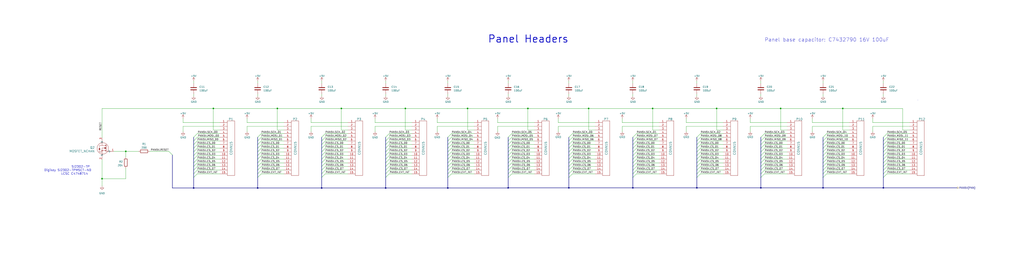
<source format=kicad_sch>
(kicad_sch (version 20230121) (generator eeschema)
  (paper "User" 711.2 190.5)
  (bus_alias "PAN" (members "CS_00" "CS_01" "CS_02" "CS_03" "CS_04" "CS_05" "SCK_00" "SCK_01" "SCK_02" "SCK_03" "SCK_04" "SCK_05" "MOSI_00" "MISO_00" "MOSI_01" "MISO_01" "MOSI_02" "MISO_02" "MOSI_03" "MISO_03" "MOSI_04" "MISO_04" "MOSI_05" "MISO_05" "MOSI_06" "MISO_06" "MOSI_07" "MISO_07" "MOSI_08" "MISO_08" "MOSI_09" "MISO_09" "MOSI_10" "MISO_10" "MOSI_11" "MISO_11" "EXT_INT" "RESET" "CS_06" "CS_07"))
  (junction (at 439.547 130.683))
  (junction (at 324.739 75.438))
  (junction (at 483.997 130.683))
  (junction (at 395.097 130.683))
  (junction (at 70.866 124.333))
  (junction (at 223.393 130.81))
  (junction (at 571.627 130.683))
  (junction (at 148.209 75.438))
  (junction (at 87.376 105.283))
  (junction (at 528.447 130.683))
  (junction (at 192.659 75.438))
  (junction (at 453.263 75.438))
  (junction (at 178.943 130.81))
  (junction (at 585.343 75.438))
  (junction (at 281.559 75.438))
  (junction (at 497.713 75.438))
  (junction (at 352.933 130.683))
  (junction (at 542.163 75.438))
  (junction (at 134.493 130.81))
  (junction (at 366.649 75.438))
  (junction (at 237.109 75.438))
  (junction (at 613.537 130.683))
  (junction (at 408.813 75.438))
  (junction (at 267.843 130.81))
  (junction (at 311.023 130.81))
  (bus_entry (at 571.627 103.124) (size 2.54 -2.54))
  (bus_entry (at 395.097 98.044) (size 2.54 -2.54))
  (bus_entry (at 613.537 115.824) (size 2.54 -2.54))
  (bus_entry (at 311.023 95.504) (size 2.54 -2.54))
  (bus_entry (at 613.537 100.584) (size 2.54 -2.54))
  (bus_entry (at 483.997 113.284) (size 2.54 -2.54))
  (bus_entry (at 613.537 103.124) (size 2.54 -2.54))
  (bus_entry (at 352.933 105.664) (size 2.54 -2.54))
  (bus_entry (at 178.943 100.584) (size 2.54 -2.54))
  (bus_entry (at 267.843 113.284) (size 2.54 -2.54))
  (bus_entry (at 528.447 110.744) (size 2.54 -2.54))
  (bus_entry (at 134.493 100.584) (size 2.54 -2.54))
  (bus_entry (at 223.393 105.664) (size 2.54 -2.54))
  (bus_entry (at 223.393 113.284) (size 2.54 -2.54))
  (bus_entry (at 571.627 123.444) (size 2.54 -2.54))
  (bus_entry (at 134.493 95.504) (size 2.54 -2.54))
  (bus_entry (at 483.997 105.664) (size 2.54 -2.54))
  (bus_entry (at 571.627 118.364) (size 2.54 -2.54))
  (bus_entry (at 439.547 120.904) (size 2.54 -2.54))
  (bus_entry (at 613.537 95.504) (size 2.54 -2.54))
  (bus_entry (at 311.023 120.904) (size 2.54 -2.54))
  (bus_entry (at 178.943 108.204) (size 2.54 -2.54))
  (bus_entry (at 352.933 118.364) (size 2.54 -2.54))
  (bus_entry (at 395.097 120.904) (size 2.54 -2.54))
  (bus_entry (at 528.447 98.044) (size 2.54 -2.54))
  (bus_entry (at 267.843 105.664) (size 2.54 -2.54))
  (bus_entry (at 178.943 110.744) (size 2.54 -2.54))
  (bus_entry (at 483.997 95.504) (size 2.54 -2.54))
  (bus_entry (at 439.547 113.284) (size 2.54 -2.54))
  (bus_entry (at 352.933 95.504) (size 2.54 -2.54))
  (bus_entry (at 571.627 115.824) (size 2.54 -2.54))
  (bus_entry (at 352.933 100.584) (size 2.54 -2.54))
  (bus_entry (at 352.933 108.204) (size 2.54 -2.54))
  (bus_entry (at 395.097 103.124) (size 2.54 -2.54))
  (bus_entry (at 439.547 100.584) (size 2.54 -2.54))
  (bus_entry (at 223.393 95.504) (size 2.54 -2.54))
  (bus_entry (at 311.023 108.204) (size 2.54 -2.54))
  (bus_entry (at 134.493 110.744) (size 2.54 -2.54))
  (bus_entry (at 571.627 120.904) (size 2.54 -2.54))
  (bus_entry (at 178.943 113.284) (size 2.54 -2.54))
  (bus_entry (at 483.997 100.584) (size 2.54 -2.54))
  (bus_entry (at 223.393 108.204) (size 2.54 -2.54))
  (bus_entry (at 395.097 110.744) (size 2.54 -2.54))
  (bus_entry (at 613.537 118.364) (size 2.54 -2.54))
  (bus_entry (at 352.933 123.444) (size 2.54 -2.54))
  (bus_entry (at 439.547 115.824) (size 2.54 -2.54))
  (bus_entry (at 571.627 110.744) (size 2.54 -2.54))
  (bus_entry (at 395.097 115.824) (size 2.54 -2.54))
  (bus_entry (at 267.843 95.504) (size 2.54 -2.54))
  (bus_entry (at 223.393 103.124) (size 2.54 -2.54))
  (bus_entry (at 395.097 113.284) (size 2.54 -2.54))
  (bus_entry (at 483.997 110.744) (size 2.54 -2.54))
  (bus_entry (at 395.097 108.204) (size 2.54 -2.54))
  (bus_entry (at 178.943 123.444) (size 2.54 -2.54))
  (bus_entry (at 223.393 100.584) (size 2.54 -2.54))
  (bus_entry (at 119.761 107.823) (size -2.54 -2.54))
  (bus_entry (at 483.997 123.444) (size 2.54 -2.54))
  (bus_entry (at 571.627 98.044) (size 2.54 -2.54))
  (bus_entry (at 267.843 118.364) (size 2.54 -2.54))
  (bus_entry (at 311.023 110.744) (size 2.54 -2.54))
  (bus_entry (at 223.393 120.904) (size 2.54 -2.54))
  (bus_entry (at 311.023 123.444) (size 2.54 -2.54))
  (bus_entry (at 352.933 98.044) (size 2.54 -2.54))
  (bus_entry (at 395.097 118.364) (size 2.54 -2.54))
  (bus_entry (at 439.547 108.204) (size 2.54 -2.54))
  (bus_entry (at 267.843 108.204) (size 2.54 -2.54))
  (bus_entry (at 352.933 113.284) (size 2.54 -2.54))
  (bus_entry (at 613.537 98.044) (size 2.54 -2.54))
  (bus_entry (at 223.393 110.744) (size 2.54 -2.54))
  (bus_entry (at 178.943 120.904) (size 2.54 -2.54))
  (bus_entry (at 613.537 123.444) (size 2.54 -2.54))
  (bus_entry (at 439.547 95.504) (size 2.54 -2.54))
  (bus_entry (at 528.447 115.824) (size 2.54 -2.54))
  (bus_entry (at 483.997 98.044) (size 2.54 -2.54))
  (bus_entry (at 134.493 98.044) (size 2.54 -2.54))
  (bus_entry (at 311.023 113.284) (size 2.54 -2.54))
  (bus_entry (at 134.493 115.824) (size 2.54 -2.54))
  (bus_entry (at 267.843 100.584) (size 2.54 -2.54))
  (bus_entry (at 528.447 108.204) (size 2.54 -2.54))
  (bus_entry (at 134.493 105.664) (size 2.54 -2.54))
  (bus_entry (at 352.933 110.744) (size 2.54 -2.54))
  (bus_entry (at 613.537 113.284) (size 2.54 -2.54))
  (bus_entry (at 352.933 103.124) (size 2.54 -2.54))
  (bus_entry (at 439.547 103.124) (size 2.54 -2.54))
  (bus_entry (at 571.627 113.284) (size 2.54 -2.54))
  (bus_entry (at 528.447 113.284) (size 2.54 -2.54))
  (bus_entry (at 571.627 105.664) (size 2.54 -2.54))
  (bus_entry (at 613.537 120.904) (size 2.54 -2.54))
  (bus_entry (at 178.943 98.044) (size 2.54 -2.54))
  (bus_entry (at 483.997 108.204) (size 2.54 -2.54))
  (bus_entry (at 178.943 105.664) (size 2.54 -2.54))
  (bus_entry (at 395.097 123.444) (size 2.54 -2.54))
  (bus_entry (at 267.843 103.124) (size 2.54 -2.54))
  (bus_entry (at 267.843 110.744) (size 2.54 -2.54))
  (bus_entry (at 528.447 103.124) (size 2.54 -2.54))
  (bus_entry (at 134.493 103.124) (size 2.54 -2.54))
  (bus_entry (at 483.997 120.904) (size 2.54 -2.54))
  (bus_entry (at 223.393 123.444) (size 2.54 -2.54))
  (bus_entry (at 311.023 105.664) (size 2.54 -2.54))
  (bus_entry (at 483.997 103.124) (size 2.54 -2.54))
  (bus_entry (at 483.997 118.364) (size 2.54 -2.54))
  (bus_entry (at 571.627 108.204) (size 2.54 -2.54))
  (bus_entry (at 483.997 115.824) (size 2.54 -2.54))
  (bus_entry (at 613.537 110.744) (size 2.54 -2.54))
  (bus_entry (at 223.393 118.364) (size 2.54 -2.54))
  (bus_entry (at 134.493 113.284) (size 2.54 -2.54))
  (bus_entry (at 134.493 108.204) (size 2.54 -2.54))
  (bus_entry (at 439.547 105.664) (size 2.54 -2.54))
  (bus_entry (at 178.943 103.124) (size 2.54 -2.54))
  (bus_entry (at 439.547 98.044) (size 2.54 -2.54))
  (bus_entry (at 134.493 118.364) (size 2.54 -2.54))
  (bus_entry (at 311.023 118.364) (size 2.54 -2.54))
  (bus_entry (at 571.627 95.504) (size 2.54 -2.54))
  (bus_entry (at 267.843 123.444) (size 2.54 -2.54))
  (bus_entry (at 223.393 98.044) (size 2.54 -2.54))
  (bus_entry (at 528.447 123.444) (size 2.54 -2.54))
  (bus_entry (at 528.447 118.364) (size 2.54 -2.54))
  (bus_entry (at 439.547 118.364) (size 2.54 -2.54))
  (bus_entry (at 311.023 100.584) (size 2.54 -2.54))
  (bus_entry (at 311.023 115.824) (size 2.54 -2.54))
  (bus_entry (at 134.493 120.904) (size 2.54 -2.54))
  (bus_entry (at 134.493 123.444) (size 2.54 -2.54))
  (bus_entry (at 395.097 100.584) (size 2.54 -2.54))
  (bus_entry (at 528.447 95.504) (size 2.54 -2.54))
  (bus_entry (at 395.097 95.504) (size 2.54 -2.54))
  (bus_entry (at 352.933 120.904) (size 2.54 -2.54))
  (bus_entry (at 439.547 110.744) (size 2.54 -2.54))
  (bus_entry (at 613.537 108.204) (size 2.54 -2.54))
  (bus_entry (at 528.447 105.664) (size 2.54 -2.54))
  (bus_entry (at 311.023 98.044) (size 2.54 -2.54))
  (bus_entry (at 267.843 120.904) (size 2.54 -2.54))
  (bus_entry (at 528.447 120.904) (size 2.54 -2.54))
  (bus_entry (at 352.933 115.824) (size 2.54 -2.54))
  (bus_entry (at 613.537 105.664) (size 2.54 -2.54))
  (bus_entry (at 267.843 98.044) (size 2.54 -2.54))
  (bus_entry (at 223.393 115.824) (size 2.54 -2.54))
  (bus_entry (at 267.843 115.824) (size 2.54 -2.54))
  (bus_entry (at 178.943 95.504) (size 2.54 -2.54))
  (bus_entry (at 439.547 123.444) (size 2.54 -2.54))
  (bus_entry (at 395.097 105.664) (size 2.54 -2.54))
  (bus_entry (at 571.627 100.584) (size 2.54 -2.54))
  (bus_entry (at 311.023 103.124) (size 2.54 -2.54))
  (bus_entry (at 178.943 118.364) (size 2.54 -2.54))
  (bus_entry (at 528.447 100.584) (size 2.54 -2.54))
  (bus_entry (at 178.943 115.824) (size 2.54 -2.54))
  (wire (pts (xy 192.659 90.424) (xy 192.659 75.438)))
  (bus (pts (xy 352.933 115.824) (xy 352.933 113.284)))
  (wire (pts (xy 574.167 110.744) (xy 589.915 110.744)))
  (bus (pts (xy 267.843 130.81) (xy 311.023 130.81)))
  (bus (pts (xy 178.943 130.81) (xy 223.393 130.81)))
  (wire (pts (xy 313.563 108.204) (xy 329.311 108.204)))
  (bus (pts (xy 119.761 107.823) (xy 119.761 130.81)))
  (wire (pts (xy 606.171 87.884) (xy 631.825 87.884)))
  (wire (pts (xy 345.567 85.344) (xy 371.221 85.344)))
  (bus (pts (xy 352.933 118.364) (xy 352.933 115.824)))
  (bus (pts (xy 267.843 130.81) (xy 267.843 123.444)))
  (wire (pts (xy 542.163 90.424) (xy 542.163 75.438)))
  (wire (pts (xy 564.261 87.884) (xy 564.261 91.694)))
  (wire (pts (xy 442.087 108.204) (xy 457.835 108.204)))
  (bus (pts (xy 134.493 98.044) (xy 134.493 100.584)))
  (wire (pts (xy 486.537 103.124) (xy 502.285 103.124)))
  (bus (pts (xy 439.547 103.124) (xy 439.547 105.664)))
  (bus (pts (xy 483.997 103.124) (xy 483.997 105.664)))
  (wire (pts (xy 117.221 105.283) (xy 103.886 105.283)))
  (bus (pts (xy 223.393 105.664) (xy 223.393 108.204)))
  (wire (pts (xy 216.027 82.423) (xy 216.027 85.344)))
  (bus (pts (xy 613.537 100.584) (xy 613.537 103.124)))
  (bus (pts (xy 178.943 110.744) (xy 178.943 113.284)))
  (bus (pts (xy 483.997 95.504) (xy 483.997 98.044)))
  (wire (pts (xy 270.383 110.744) (xy 286.131 110.744)))
  (bus (pts (xy 571.627 100.584) (xy 571.627 103.124)))
  (bus (pts (xy 134.493 110.744) (xy 134.493 113.284)))
  (bus (pts (xy 571.627 123.444) (xy 571.627 120.904)))
  (wire (pts (xy 442.087 98.044) (xy 457.835 98.044)))
  (bus (pts (xy 311.023 98.044) (xy 311.023 100.584)))
  (bus (pts (xy 395.097 123.444) (xy 395.097 130.683)))
  (wire (pts (xy 303.657 87.884) (xy 303.657 91.694)))
  (bus (pts (xy 395.097 113.284) (xy 395.097 115.824)))
  (wire (pts (xy 260.477 87.884) (xy 260.477 91.694)))
  (bus (pts (xy 528.447 108.204) (xy 528.447 110.744)))
  (wire (pts (xy 486.537 92.964) (xy 502.285 92.964)))
  (bus (pts (xy 352.933 95.504) (xy 352.933 98.044)))
  (bus (pts (xy 223.393 130.81) (xy 223.393 123.444)))
  (wire (pts (xy 530.987 113.284) (xy 546.735 113.284)))
  (wire (pts (xy 574.167 95.504) (xy 589.915 95.504)))
  (bus (pts (xy 267.843 118.364) (xy 267.843 115.824)))
  (wire (pts (xy 137.033 110.744) (xy 152.781 110.744)))
  (bus (pts (xy 528.447 123.444) (xy 528.447 120.904)))
  (bus (pts (xy 528.447 98.044) (xy 528.447 100.584)))
  (wire (pts (xy 313.563 120.904) (xy 329.311 120.904)))
  (wire (pts (xy 313.563 105.664) (xy 329.311 105.664)))
  (wire (pts (xy 486.537 95.504) (xy 502.285 95.504)))
  (wire (pts (xy 70.866 124.333) (xy 70.866 129.413)))
  (bus (pts (xy 267.843 108.204) (xy 267.843 110.744)))
  (wire (pts (xy 371.221 90.424) (xy 366.649 90.424)))
  (bus (pts (xy 395.097 103.124) (xy 395.097 105.664)))
  (wire (pts (xy 286.131 90.424) (xy 281.559 90.424)))
  (bus (pts (xy 439.547 95.504) (xy 439.547 98.044)))
  (wire (pts (xy 216.027 85.344) (xy 241.681 85.344)))
  (wire (pts (xy 137.033 95.504) (xy 152.781 95.504)))
  (wire (pts (xy 453.263 90.424) (xy 453.263 75.438)))
  (wire (pts (xy 225.933 92.964) (xy 241.681 92.964)))
  (bus (pts (xy 352.933 130.683) (xy 395.097 130.683)))
  (wire (pts (xy 270.383 108.204) (xy 286.131 108.204)))
  (wire (pts (xy 303.657 85.344) (xy 329.311 85.344)))
  (bus (pts (xy 311.023 105.664) (xy 311.023 108.204)))
  (wire (pts (xy 355.473 105.664) (xy 371.221 105.664)))
  (wire (pts (xy 397.637 108.204) (xy 413.385 108.204)))
  (wire (pts (xy 303.657 82.423) (xy 303.657 85.344)))
  (bus (pts (xy 483.997 130.683) (xy 528.447 130.683)))
  (wire (pts (xy 616.077 108.204) (xy 631.825 108.204)))
  (bus (pts (xy 134.493 118.364) (xy 134.493 120.904)))
  (wire (pts (xy 137.033 92.964) (xy 152.781 92.964)))
  (wire (pts (xy 355.473 115.824) (xy 371.221 115.824)))
  (wire (pts (xy 223.52 56.388) (xy 223.52 57.912)))
  (bus (pts (xy 178.943 113.284) (xy 178.943 115.824)))
  (wire (pts (xy 324.739 75.438) (xy 366.649 75.438)))
  (wire (pts (xy 345.567 87.884) (xy 371.221 87.884)))
  (bus (pts (xy 439.547 130.683) (xy 483.997 130.683)))
  (wire (pts (xy 616.077 92.964) (xy 631.825 92.964)))
  (wire (pts (xy 616.077 118.364) (xy 631.825 118.364)))
  (wire (pts (xy 571.627 56.388) (xy 571.627 57.912)))
  (wire (pts (xy 476.631 82.423) (xy 476.631 85.344)))
  (wire (pts (xy 530.987 100.584) (xy 546.735 100.584)))
  (wire (pts (xy 442.087 95.504) (xy 457.835 95.504)))
  (wire (pts (xy 181.483 108.204) (xy 197.231 108.204)))
  (wire (pts (xy 137.033 105.664) (xy 152.781 105.664)))
  (wire (pts (xy 530.987 92.964) (xy 546.735 92.964)))
  (bus (pts (xy 571.627 118.364) (xy 571.627 115.824)))
  (bus (pts (xy 267.843 100.584) (xy 267.843 103.124)))
  (wire (pts (xy 134.493 65.532) (xy 134.493 66.929)))
  (wire (pts (xy 442.087 113.284) (xy 457.835 113.284)))
  (wire (pts (xy 397.637 100.584) (xy 413.385 100.584)))
  (wire (pts (xy 476.631 87.884) (xy 476.631 91.694)))
  (wire (pts (xy 345.567 82.423) (xy 345.567 85.344)))
  (bus (pts (xy 311.023 123.444) (xy 311.023 120.904)))
  (bus (pts (xy 613.537 118.364) (xy 613.537 115.824)))
  (wire (pts (xy 192.659 75.438) (xy 237.109 75.438)))
  (wire (pts (xy 260.477 85.344) (xy 286.131 85.344)))
  (wire (pts (xy 181.483 113.284) (xy 197.231 113.284)))
  (bus (pts (xy 267.843 115.824) (xy 267.843 113.284)))
  (bus (pts (xy 571.627 115.824) (xy 571.627 113.284)))
  (bus (pts (xy 223.393 100.584) (xy 223.393 103.124)))
  (bus (pts (xy 395.097 110.744) (xy 395.097 113.284)))
  (wire (pts (xy 281.559 90.424) (xy 281.559 75.438)))
  (wire (pts (xy 530.987 115.824) (xy 546.735 115.824)))
  (wire (pts (xy 137.033 98.044) (xy 152.781 98.044)))
  (wire (pts (xy 530.987 95.504) (xy 546.735 95.504)))
  (bus (pts (xy 613.537 130.683) (xy 664.591 130.683)))
  (wire (pts (xy 181.483 110.744) (xy 197.231 110.744)))
  (wire (pts (xy 171.577 82.423) (xy 171.577 85.344)))
  (bus (pts (xy 528.447 123.444) (xy 528.447 130.683)))
  (wire (pts (xy 486.537 108.204) (xy 502.285 108.204)))
  (bus (pts (xy 178.943 118.364) (xy 178.943 120.904)))
  (wire (pts (xy 453.263 75.438) (xy 497.713 75.438)))
  (bus (pts (xy 439.547 113.284) (xy 439.547 115.824)))
  (bus (pts (xy 395.097 115.824) (xy 395.097 118.364)))
  (bus (pts (xy 439.547 118.364) (xy 439.547 120.904)))
  (wire (pts (xy 270.383 113.284) (xy 286.131 113.284)))
  (bus (pts (xy 352.933 105.664) (xy 352.933 108.204)))
  (wire (pts (xy 530.987 98.044) (xy 546.735 98.044)))
  (wire (pts (xy 574.167 108.204) (xy 589.915 108.204)))
  (wire (pts (xy 387.731 82.423) (xy 387.731 85.344)))
  (bus (pts (xy 395.097 100.584) (xy 395.097 103.124)))
  (wire (pts (xy 442.087 118.364) (xy 457.835 118.364)))
  (bus (pts (xy 178.943 115.824) (xy 178.943 118.364)))
  (bus (pts (xy 395.097 105.664) (xy 395.097 108.204)))
  (wire (pts (xy 216.027 87.884) (xy 241.681 87.884)))
  (wire (pts (xy 237.109 90.424) (xy 237.109 75.438)))
  (bus (pts (xy 571.627 120.904) (xy 571.627 118.364)))
  (wire (pts (xy 355.473 110.744) (xy 371.221 110.744)))
  (bus (pts (xy 613.537 120.904) (xy 613.537 118.364)))
  (wire (pts (xy 352.933 65.532) (xy 352.933 66.929)))
  (wire (pts (xy 137.033 100.584) (xy 152.781 100.584)))
  (wire (pts (xy 355.473 98.044) (xy 371.221 98.044)))
  (wire (pts (xy 181.483 100.584) (xy 197.231 100.584)))
  (wire (pts (xy 134.493 56.388) (xy 134.493 57.912)))
  (bus (pts (xy 134.493 115.824) (xy 134.493 118.364)))
  (wire (pts (xy 574.167 98.044) (xy 589.915 98.044)))
  (wire (pts (xy 546.735 90.424) (xy 542.163 90.424)))
  (bus (pts (xy 223.393 110.744) (xy 223.393 113.284)))
  (wire (pts (xy 313.563 98.044) (xy 329.311 98.044)))
  (bus (pts (xy 613.537 123.444) (xy 613.537 130.683)))
  (bus (pts (xy 528.447 105.664) (xy 528.447 108.204)))
  (bus (pts (xy 178.943 105.664) (xy 178.943 108.204)))
  (bus (pts (xy 395.097 98.044) (xy 395.097 100.584)))
  (bus (pts (xy 352.933 123.444) (xy 352.933 120.904)))
  (wire (pts (xy 486.537 118.364) (xy 502.285 118.364)))
  (bus (pts (xy 528.447 118.364) (xy 528.447 115.824)))
  (polyline (pts (xy 637.54 69.596) (xy 637.54 69.723)))
  (bus (pts (xy 223.393 95.504) (xy 223.393 98.044)))
  (wire (pts (xy 528.447 65.532) (xy 528.447 66.929)))
  (bus (pts (xy 613.537 95.504) (xy 613.537 98.044)))
  (bus (pts (xy 134.493 103.124) (xy 134.493 105.664)))
  (bus (pts (xy 528.447 100.584) (xy 528.447 103.124)))
  (wire (pts (xy 574.167 100.584) (xy 589.915 100.584)))
  (bus (pts (xy 223.393 123.444) (xy 223.393 120.904)))
  (wire (pts (xy 571.627 65.532) (xy 571.627 66.929)))
  (wire (pts (xy 225.933 98.044) (xy 241.681 98.044)))
  (bus (pts (xy 134.493 108.204) (xy 134.493 110.744)))
  (wire (pts (xy 585.343 75.438) (xy 626.872 75.438)))
  (wire (pts (xy 486.537 120.904) (xy 502.285 120.904)))
  (bus (pts (xy 483.997 113.284) (xy 483.997 115.824)))
  (wire (pts (xy 613.537 56.388) (xy 613.537 57.912)))
  (wire (pts (xy 270.383 103.124) (xy 286.131 103.124)))
  (bus (pts (xy 395.097 95.504) (xy 395.097 98.044)))
  (wire (pts (xy 616.077 98.044) (xy 631.825 98.044)))
  (bus (pts (xy 613.537 123.444) (xy 613.537 120.904)))
  (wire (pts (xy 457.835 90.424) (xy 453.263 90.424)))
  (bus (pts (xy 352.933 100.584) (xy 352.933 103.124)))
  (wire (pts (xy 352.933 56.388) (xy 352.933 57.912)))
  (bus (pts (xy 571.627 103.124) (xy 571.627 105.664)))
  (wire (pts (xy 313.563 115.824) (xy 329.311 115.824)))
  (wire (pts (xy 432.181 87.884) (xy 457.835 87.884)))
  (wire (pts (xy 521.081 82.423) (xy 521.081 85.344)))
  (wire (pts (xy 387.731 85.344) (xy 413.385 85.344)))
  (wire (pts (xy 313.563 95.504) (xy 329.311 95.504)))
  (bus (pts (xy 178.943 120.904) (xy 178.943 123.444)))
  (bus (pts (xy 267.843 123.444) (xy 267.843 120.904)))
  (wire (pts (xy 127.127 85.344) (xy 152.781 85.344)))
  (wire (pts (xy 87.376 105.283) (xy 78.994 105.283)))
  (bus (pts (xy 528.447 120.904) (xy 528.447 118.364)))
  (bus (pts (xy 352.933 130.81) (xy 352.933 130.683)))
  (wire (pts (xy 137.033 120.904) (xy 152.781 120.904)))
  (bus (pts (xy 134.493 123.444) (xy 134.493 130.81)))
  (bus (pts (xy 352.933 108.204) (xy 352.933 110.744)))
  (wire (pts (xy 486.537 100.584) (xy 502.285 100.584)))
  (bus (pts (xy 395.097 120.904) (xy 395.097 123.444)))
  (wire (pts (xy 260.477 87.884) (xy 286.131 87.884)))
  (wire (pts (xy 137.033 103.124) (xy 152.781 103.124)))
  (wire (pts (xy 241.681 90.424) (xy 237.109 90.424)))
  (wire (pts (xy 574.167 105.664) (xy 589.915 105.664)))
  (wire (pts (xy 574.167 118.364) (xy 589.915 118.364)))
  (wire (pts (xy 181.483 120.904) (xy 197.231 120.904)))
  (bus (pts (xy 352.933 98.044) (xy 352.933 100.584)))
  (wire (pts (xy 542.163 75.438) (xy 585.343 75.438)))
  (bus (pts (xy 352.933 103.124) (xy 352.933 105.664)))
  (wire (pts (xy 270.383 115.824) (xy 286.131 115.824)))
  (wire (pts (xy 486.537 110.744) (xy 502.285 110.744)))
  (wire (pts (xy 137.033 115.824) (xy 152.781 115.824)))
  (bus (pts (xy 267.843 105.664) (xy 267.843 108.204)))
  (bus (pts (xy 178.943 108.204) (xy 178.943 110.744)))
  (bus (pts (xy 134.493 100.584) (xy 134.493 103.124)))
  (wire (pts (xy 366.649 90.424) (xy 366.649 75.438)))
  (wire (pts (xy 355.473 100.584) (xy 371.221 100.584)))
  (bus (pts (xy 311.023 108.204) (xy 311.023 110.744)))
  (wire (pts (xy 137.033 113.284) (xy 152.781 113.284)))
  (wire (pts (xy 616.077 95.504) (xy 631.825 95.504)))
  (wire (pts (xy 476.631 87.884) (xy 502.285 87.884)))
  (bus (pts (xy 528.447 103.124) (xy 528.447 105.664)))
  (wire (pts (xy 355.473 103.124) (xy 371.221 103.124)))
  (wire (pts (xy 70.866 110.871) (xy 70.866 124.333)))
  (wire (pts (xy 589.915 90.424) (xy 585.343 90.424)))
  (wire (pts (xy 442.087 92.964) (xy 457.835 92.964)))
  (wire (pts (xy 528.447 56.388) (xy 528.447 57.912)))
  (bus (pts (xy 439.547 110.744) (xy 439.547 113.284)))
  (bus (pts (xy 528.447 110.744) (xy 528.447 113.284)))
  (wire (pts (xy 564.261 85.344) (xy 589.915 85.344)))
  (wire (pts (xy 521.081 85.344) (xy 546.735 85.344)))
  (wire (pts (xy 171.577 87.884) (xy 197.231 87.884)))
  (wire (pts (xy 616.077 105.664) (xy 631.825 105.664)))
  (bus (pts (xy 352.933 120.904) (xy 352.933 118.364)))
  (wire (pts (xy 408.813 75.438) (xy 453.263 75.438)))
  (bus (pts (xy 439.547 98.044) (xy 439.547 100.584)))
  (bus (pts (xy 134.493 130.81) (xy 178.943 130.81)))
  (wire (pts (xy 313.563 100.584) (xy 329.311 100.584)))
  (bus (pts (xy 134.493 120.904) (xy 134.493 123.444)))
  (wire (pts (xy 574.167 92.964) (xy 589.915 92.964)))
  (wire (pts (xy 397.637 95.504) (xy 413.385 95.504)))
  (wire (pts (xy 606.171 87.884) (xy 606.171 91.694)))
  (wire (pts (xy 521.081 87.884) (xy 521.081 91.694)))
  (wire (pts (xy 270.383 105.664) (xy 286.131 105.664)))
  (wire (pts (xy 616.077 115.824) (xy 631.825 115.824)))
  (wire (pts (xy 223.52 65.532) (xy 223.52 66.929)))
  (wire (pts (xy 521.081 87.884) (xy 546.735 87.884)))
  (wire (pts (xy 486.537 115.824) (xy 502.285 115.824)))
  (wire (pts (xy 616.077 113.284) (xy 631.825 113.284)))
  (bus (pts (xy 178.943 100.584) (xy 178.943 103.124)))
  (wire (pts (xy 616.077 103.124) (xy 631.825 103.124)))
  (bus (pts (xy 528.447 130.683) (xy 571.627 130.683)))
  (wire (pts (xy 181.483 92.964) (xy 197.231 92.964)))
  (wire (pts (xy 311.023 56.388) (xy 311.023 57.912)))
  (wire (pts (xy 616.077 110.744) (xy 631.825 110.744)))
  (wire (pts (xy 329.311 90.424) (xy 324.739 90.424)))
  (wire (pts (xy 237.109 75.438) (xy 281.559 75.438)))
  (wire (pts (xy 574.167 113.284) (xy 589.915 113.284)))
  (wire (pts (xy 442.087 115.824) (xy 457.835 115.824)))
  (bus (pts (xy 483.997 110.744) (xy 483.997 113.284)))
  (wire (pts (xy 476.631 85.344) (xy 502.285 85.344)))
  (wire (pts (xy 281.559 75.438) (xy 324.739 75.438)))
  (wire (pts (xy 530.987 103.124) (xy 546.735 103.124)))
  (wire (pts (xy 225.933 110.744) (xy 241.681 110.744)))
  (wire (pts (xy 197.231 90.424) (xy 192.659 90.424)))
  (bus (pts (xy 483.997 105.664) (xy 483.997 108.204)))
  (wire (pts (xy 260.477 82.423) (xy 260.477 85.344)))
  (bus (pts (xy 613.537 98.044) (xy 613.537 100.584)))
  (wire (pts (xy 502.285 90.424) (xy 497.713 90.424)))
  (wire (pts (xy 397.637 103.124) (xy 413.385 103.124)))
  (wire (pts (xy 355.473 118.364) (xy 371.221 118.364)))
  (wire (pts (xy 387.731 87.884) (xy 387.731 91.694)))
  (wire (pts (xy 564.261 87.884) (xy 589.915 87.884)))
  (bus (pts (xy 134.493 113.284) (xy 134.493 115.824)))
  (wire (pts (xy 225.933 105.664) (xy 241.681 105.664)))
  (bus (pts (xy 134.493 95.504) (xy 134.493 98.044)))
  (bus (pts (xy 571.627 110.744) (xy 571.627 113.284)))
  (bus (pts (xy 119.761 130.81) (xy 134.493 130.81)))
  (wire (pts (xy 70.866 75.438) (xy 70.866 95.758)))
  (wire (pts (xy 442.087 103.124) (xy 457.835 103.124)))
  (wire (pts (xy 366.649 75.438) (xy 408.813 75.438)))
  (wire (pts (xy 70.866 75.438) (xy 148.209 75.438)))
  (wire (pts (xy 432.181 85.344) (xy 457.835 85.344)))
  (bus (pts (xy 311.023 120.904) (xy 311.023 118.364)))
  (bus (pts (xy 439.547 105.664) (xy 439.547 108.204)))
  (bus (pts (xy 223.393 130.81) (xy 267.843 130.81)))
  (wire (pts (xy 486.537 105.664) (xy 502.285 105.664)))
  (wire (pts (xy 181.483 103.124) (xy 197.231 103.124)))
  (wire (pts (xy 530.987 120.904) (xy 546.735 120.904)))
  (bus (pts (xy 223.393 118.364) (xy 223.393 115.824)))
  (wire (pts (xy 397.637 113.284) (xy 413.385 113.284)))
  (wire (pts (xy 270.383 100.584) (xy 286.131 100.584)))
  (wire (pts (xy 606.171 85.344) (xy 631.825 85.344)))
  (wire (pts (xy 483.997 65.532) (xy 483.997 66.929)))
  (wire (pts (xy 270.383 95.504) (xy 286.131 95.504)))
  (wire (pts (xy 355.473 108.204) (xy 371.221 108.204)))
  (wire (pts (xy 270.383 120.904) (xy 286.131 120.904)))
  (bus (pts (xy 483.997 100.584) (xy 483.997 103.124)))
  (wire (pts (xy 225.933 113.284) (xy 241.681 113.284)))
  (wire (pts (xy 530.987 108.204) (xy 546.735 108.204)))
  (wire (pts (xy 148.209 75.438) (xy 192.659 75.438)))
  (wire (pts (xy 178.943 56.388) (xy 178.943 57.912)))
  (bus (pts (xy 178.943 103.124) (xy 178.943 105.664)))
  (bus (pts (xy 395.097 108.204) (xy 395.097 110.744)))
  (wire (pts (xy 152.781 90.424) (xy 148.209 90.424)))
  (wire (pts (xy 585.343 90.424) (xy 585.343 75.438)))
  (wire (pts (xy 497.713 75.438) (xy 542.163 75.438)))
  (wire (pts (xy 313.563 113.284) (xy 329.311 113.284)))
  (bus (pts (xy 267.843 103.124) (xy 267.843 105.664)))
  (bus (pts (xy 439.547 123.444) (xy 439.547 130.683)))
  (wire (pts (xy 225.933 103.124) (xy 241.681 103.124)))
  (wire (pts (xy 225.933 120.904) (xy 241.681 120.904)))
  (wire (pts (xy 96.266 105.283) (xy 87.376 105.283)))
  (wire (pts (xy 483.997 56.388) (xy 483.997 57.912)))
  (bus (pts (xy 223.393 103.124) (xy 223.393 105.664)))
  (bus (pts (xy 528.447 95.504) (xy 528.447 98.044)))
  (wire (pts (xy 225.933 108.204) (xy 241.681 108.204)))
  (wire (pts (xy 432.181 87.884) (xy 432.181 91.694)))
  (bus (pts (xy 439.547 108.204) (xy 439.547 110.744)))
  (bus (pts (xy 483.997 123.444) (xy 483.997 130.683)))
  (wire (pts (xy 397.637 98.044) (xy 413.385 98.044)))
  (wire (pts (xy 345.567 87.884) (xy 345.567 91.694)))
  (bus (pts (xy 483.997 118.364) (xy 483.997 120.904)))
  (wire (pts (xy 267.843 56.388) (xy 267.843 57.912)))
  (wire (pts (xy 355.473 92.964) (xy 371.221 92.964)))
  (wire (pts (xy 216.027 87.884) (xy 216.027 91.694)))
  (wire (pts (xy 313.563 118.364) (xy 329.311 118.364)))
  (bus (pts (xy 483.997 108.204) (xy 483.997 110.744)))
  (bus (pts (xy 267.843 95.504) (xy 267.843 98.044)))
  (wire (pts (xy 127.127 87.884) (xy 127.127 91.694)))
  (wire (pts (xy 397.637 120.904) (xy 413.385 120.904)))
  (wire (pts (xy 616.077 100.584) (xy 631.825 100.584)))
  (wire (pts (xy 148.209 90.424) (xy 148.209 75.438)))
  (bus (pts (xy 571.627 98.044) (xy 571.627 100.584)))
  (bus (pts (xy 483.997 120.904) (xy 483.997 123.444)))
  (bus (pts (xy 311.023 118.364) (xy 311.023 115.824)))
  (wire (pts (xy 530.987 118.364) (xy 546.735 118.364)))
  (wire (pts (xy 442.087 120.904) (xy 457.835 120.904)))
  (bus (pts (xy 311.023 110.744) (xy 311.023 113.284)))
  (wire (pts (xy 564.261 82.423) (xy 564.261 85.344)))
  (bus (pts (xy 571.627 130.683) (xy 613.537 130.683)))
  (wire (pts (xy 486.537 98.044) (xy 502.285 98.044)))
  (wire (pts (xy 225.933 118.364) (xy 241.681 118.364)))
  (bus (pts (xy 267.843 98.044) (xy 267.843 100.584)))
  (bus (pts (xy 134.493 105.664) (xy 134.493 108.204)))
  (bus (pts (xy 395.097 118.364) (xy 395.097 120.904)))
  (wire (pts (xy 225.933 95.504) (xy 241.681 95.504)))
  (wire (pts (xy 397.637 110.744) (xy 413.385 110.744)))
  (bus (pts (xy 613.537 103.124) (xy 613.537 105.664)))
  (wire (pts (xy 127.127 87.884) (xy 152.781 87.884)))
  (bus (pts (xy 613.537 108.204) (xy 613.537 110.744)))
  (wire (pts (xy 442.087 105.664) (xy 457.835 105.664)))
  (wire (pts (xy 439.547 56.388) (xy 439.547 57.912)))
  (wire (pts (xy 397.637 118.364) (xy 413.385 118.364)))
  (bus (pts (xy 613.537 110.744) (xy 613.537 113.284)))
  (bus (pts (xy 178.943 123.444) (xy 178.943 130.81)))
  (wire (pts (xy 432.181 82.423) (xy 432.181 85.344)))
  (bus (pts (xy 223.393 115.824) (xy 223.393 113.284)))
  (wire (pts (xy 181.483 95.504) (xy 197.231 95.504)))
  (wire (pts (xy 171.577 87.884) (xy 171.577 91.694)))
  (wire (pts (xy 267.843 65.532) (xy 267.843 66.929)))
  (wire (pts (xy 626.872 90.424) (xy 631.825 90.424)))
  (bus (pts (xy 571.627 105.664) (xy 571.627 108.204)))
  (bus (pts (xy 311.023 103.124) (xy 311.023 105.664)))
  (wire (pts (xy 387.731 87.884) (xy 413.385 87.884)))
  (bus (pts (xy 613.537 115.824) (xy 613.537 113.284)))
  (bus (pts (xy 311.023 115.824) (xy 311.023 113.284)))
  (wire (pts (xy 324.739 90.424) (xy 324.739 75.438)))
  (wire (pts (xy 225.933 100.584) (xy 241.681 100.584)))
  (wire (pts (xy 311.023 65.532) (xy 311.023 66.929)))
  (bus (pts (xy 439.547 115.824) (xy 439.547 118.364)))
  (wire (pts (xy 397.637 92.964) (xy 413.385 92.964)))
  (wire (pts (xy 270.383 92.964) (xy 286.131 92.964)))
  (wire (pts (xy 413.385 90.424) (xy 408.813 90.424)))
  (wire (pts (xy 181.483 118.364) (xy 197.231 118.364)))
  (wire (pts (xy 270.383 118.364) (xy 286.131 118.364)))
  (wire (pts (xy 442.087 110.744) (xy 457.835 110.744)))
  (wire (pts (xy 497.713 90.424) (xy 497.713 75.438)))
  (wire (pts (xy 87.376 124.333) (xy 70.866 124.333)))
  (wire (pts (xy 178.943 65.532) (xy 178.943 66.929)))
  (wire (pts (xy 225.933 115.824) (xy 241.681 115.824)))
  (wire (pts (xy 137.033 108.204) (xy 152.781 108.204)))
  (bus (pts (xy 223.393 108.204) (xy 223.393 110.744)))
  (bus (pts (xy 439.547 120.904) (xy 439.547 123.444)))
  (wire (pts (xy 439.547 65.532) (xy 439.547 66.929)))
  (wire (pts (xy 397.637 115.824) (xy 413.385 115.824)))
  (bus (pts (xy 352.933 130.683) (xy 352.933 123.444)))
  (wire (pts (xy 313.563 110.744) (xy 329.311 110.744)))
  (wire (pts (xy 395.097 56.388) (xy 395.097 57.912)))
  (bus (pts (xy 483.997 98.044) (xy 483.997 100.584)))
  (wire (pts (xy 355.473 120.904) (xy 371.221 120.904)))
  (wire (pts (xy 606.171 82.423) (xy 606.171 85.344)))
  (bus (pts (xy 267.843 110.744) (xy 267.843 113.284)))
  (wire (pts (xy 171.577 85.344) (xy 197.231 85.344)))
  (wire (pts (xy 486.537 113.284) (xy 502.285 113.284)))
  (bus (pts (xy 223.393 98.044) (xy 223.393 100.584)))
  (bus (pts (xy 439.547 130.683) (xy 402.971 130.683)))
  (bus (pts (xy 311.023 130.81) (xy 311.023 123.444)))
  (wire (pts (xy 181.483 98.044) (xy 197.231 98.044)))
  (bus (pts (xy 352.933 110.744) (xy 352.933 113.284)))
  (wire (pts (xy 355.473 113.284) (xy 371.221 113.284)))
  (bus (pts (xy 483.997 115.824) (xy 483.997 118.364)))
  (wire (pts (xy 303.657 87.884) (xy 329.311 87.884)))
  (wire (pts (xy 616.077 120.904) (xy 631.825 120.904)))
  (bus (pts (xy 178.943 98.044) (xy 178.943 100.584)))
  (wire (pts (xy 313.563 103.124) (xy 329.311 103.124)))
  (bus (pts (xy 571.627 108.204) (xy 571.627 110.744)))
  (wire (pts (xy 127.127 82.423) (xy 127.127 85.344)))
  (wire (pts (xy 408.813 90.424) (xy 408.813 75.438)))
  (wire (pts (xy 270.383 98.044) (xy 286.131 98.044)))
  (wire (pts (xy 87.376 116.967) (xy 87.376 124.333)))
  (wire (pts (xy 397.637 105.664) (xy 413.385 105.664)))
  (bus (pts (xy 267.843 120.904) (xy 267.843 118.364)))
  (bus (pts (xy 311.023 95.504) (xy 311.023 98.044)))
  (bus (pts (xy 571.627 123.444) (xy 571.627 130.683)))
  (wire (pts (xy 395.097 65.532) (xy 395.097 66.929)))
  (wire (pts (xy 137.033 118.364) (xy 152.781 118.364)))
  (wire (pts (xy 530.987 105.664) (xy 546.735 105.664)))
  (bus (pts (xy 178.943 95.504) (xy 178.943 98.044)))
  (bus (pts (xy 528.447 115.824) (xy 528.447 113.284)))
  (wire (pts (xy 87.376 105.283) (xy 87.376 109.347)))
  (wire (pts (xy 355.473 95.504) (xy 371.221 95.504)))
  (wire (pts (xy 181.483 105.664) (xy 197.231 105.664)))
  (bus (pts (xy 439.547 100.584) (xy 439.547 103.124)))
  (wire (pts (xy 626.872 90.424) (xy 626.872 75.438)))
  (wire (pts (xy 530.987 110.744) (xy 546.735 110.744)))
  (wire (pts (xy 574.167 120.904) (xy 589.915 120.904)))
  (wire (pts (xy 613.537 65.532) (xy 613.537 66.929)))
  (bus (pts (xy 395.097 130.683) (xy 402.844 130.683)))
  (bus (pts (xy 613.537 105.664) (xy 613.537 108.204)))
  (wire (pts (xy 574.167 115.824) (xy 589.915 115.824)))
  (bus (pts (xy 223.393 120.904) (xy 223.393 118.364)))
  (wire (pts (xy 442.087 100.584) (xy 457.835 100.584)))
  (bus (pts (xy 311.023 100.584) (xy 311.023 103.124)))
  (bus (pts (xy 311.023 130.81) (xy 352.933 130.81)))
  (wire (pts (xy 181.483 115.824) (xy 197.231 115.824)))
  (bus (pts (xy 571.627 95.504) (xy 571.627 98.044)))
  (wire (pts (xy 313.563 92.964) (xy 329.311 92.964)))
  (wire (pts (xy 574.167 103.124) (xy 589.915 103.124)))
  (text "Panel base capacitor: C7432790 16V 100uF" (at 530.987 29.337 0) (effects (font (size 2.54 2.54)) (justify left bottom)))
  (text "Panel Headers" (at 338.709 30.226 0) (effects (font (size 5.08 5.08) (thickness 0.508) bold) (justify left bottom)))
  (text "SI2302-TP \nDigikey SI2302-TPMSCT-ND\nLCSC C4748714  \n" (at 63.5 121.92 0) (effects (font (size 1.524 1.524)) (justify right bottom)))
  (label "PAN5V.MISO_02" (at 225.933 98.044 0))
  (label "PAN5V.CS_00" (at 225.933 100.584 0))
  (label "PAN5V.MOSI_00" (at 137.414 95.504 0))
  (label "PAN5V.CS_00" (at 355.473 100.584 0))
  (label "PAN5V.CS_07" (at 442.214 118.364 0))
  (label "PAN5V.CS_07" (at 137.033 118.364 0))
  (label "PAN5V.MISO_10" (at 574.167 98.044 0))
  (label "PAN5V.MOSI_04" (at 313.563 95.504 0))
  (label "PAN5V.CS_04" (at 137.033 110.744 0))
  (label "PAN5V.MISO_07" (at 442.087 98.044 0))
  (label "PAN5V.CS_06" (at 313.817 115.824 0))
  (label "PAN5V.CS_04" (at 574.167 110.744 0))
  (label "PAN5V.CS_02" (at 137.033 105.664 0))
  (label "PAN5V.CS_03" (at 181.483 108.204 0))
  (label "PAN5V.CS_06" (at 442.214 115.824 0))
  (label "PAN5V.CS_01" (at 616.077 103.124 0))
  (label "PAN5V.SCK_02" (at 486.537 92.964 0))
  (label "PAN5V.CS_01" (at 442.087 103.124 0))
  (label "PAN5V.CS_05" (at 137.033 113.284 0))
  (label "PAN5V.MOSI_10" (at 574.167 95.504 0))
  (label "PAN5V.CS_03" (at 355.473 108.204 0))
  (label "PAN5V.CS_06" (at 270.51 115.824 0))
  (label "PAN5V.MISO_06" (at 397.637 98.044 0))
  (label "PAN5V.CS_04" (at 181.483 110.744 0))
  (label "PAN5V.RESET" (at 117.221 105.283 180))
  (label "PAN5V.MISO_05" (at 355.473 98.044 0))
  (label "PAN5V.CS_02" (at 442.087 105.664 0))
  (label "PAN5V.MOSI_11" (at 616.077 95.504 0))
  (label "PAN5V.CS_00" (at 137.033 100.584 0))
  (label "PAN5V.CS_03" (at 442.087 108.204 0))
  (label "PAN5V.SCK_01" (at 442.087 92.964 0))
  (label "PAN5V.EXT_INT" (at 355.6 120.904 0))
  (label "PAN5V.CS_04" (at 486.537 110.744 0))
  (label "PAN5V.EXT_INT" (at 313.817 120.904 0))
  (label "PAN5V.MISO_08" (at 486.537 98.044 0))
  (label "PAN5V.CS_05" (at 486.664 113.284 0))
  (label "PAN5V.MOSI_09" (at 530.987 95.504 0))
  (label "PAN5V.CS_01" (at 225.933 103.124 0))
  (label "PAN5V.MISO_11" (at 616.077 98.044 0))
  (label "PAN5V.CS_01" (at 486.537 103.124 0))
  (label "PAN5V.CS_00" (at 616.077 100.584 0))
  (label "PAN5V.CS_06" (at 181.61 115.824 0))
  (label "PAN5V.CS_07" (at 270.51 118.364 0))
  (label "PAN5V.EXT_INT" (at 181.61 120.904 0))
  (label "PAN5V.CS_05" (at 574.294 113.284 0))
  (label "PAN5V.CS_02" (at 225.933 105.664 0))
  (label "PAN5V.EXT_INT" (at 616.204 120.904 0))
  (label "PAN5V.CS_06" (at 137.033 115.824 0))
  (label "PAN5V.CS_04" (at 355.473 110.744 0))
  (label "PAN5V.CS_03" (at 270.383 108.204 0))
  (label "PAN5V.CS_05" (at 442.214 113.284 0))
  (label "PAN5V.CS_04" (at 225.933 110.744 0))
  (label "PAN5V.CS_01" (at 270.383 103.124 0))
  (label "PAN5V.CS_07" (at 355.6 118.364 0))
  (label "PAN5V.CS_04" (at 530.987 110.744 0))
  (label "PAN5V.MOSI_08" (at 486.537 95.504 0))
  (label "PAN5V.MOSI_07" (at 442.087 95.504 0))
  (label "PAN5V.CS_06" (at 486.664 115.824 0))
  (label "PAN5V.CS_02" (at 574.167 105.664 0))
  (label "PAN5V.CS_07" (at 486.664 118.364 0))
  (label "PAN5V.CS_00" (at 442.087 100.584 0))
  (label "PAN5V.SCK_01" (at 181.483 92.964 0))
  (label "PAN5V.SCK_00" (at 397.637 92.964 0))
  (label "PAN5V.MOSI_05" (at 355.473 95.504 0))
  (label "PAN5V.CS_05" (at 313.817 113.284 0))
  (label "PAN5V.EXT_INT" (at 397.764 120.904 0))
  (label "PAN5V.CS_05" (at 397.764 113.284 0))
  (label "PAN5V.CS_04" (at 397.637 110.744 0))
  (label "PAN5V.CS_05" (at 531.114 113.284 0))
  (label "PAN5V.CS_02" (at 313.69 105.664 0))
  (label "PAN5V.CS_03" (at 137.033 108.204 0))
  (label "PAN5V.CS_06" (at 397.764 115.824 0))
  (label "PAN5V.CS_00" (at 313.69 100.584 0))
  (label "PAN5V.CS_07" (at 181.61 118.364 0))
  (label "PAN5V.EXT_INT" (at 574.294 120.904 0))
  (label "PAN5V.CS_06" (at 531.114 115.824 0))
  (label "PAN5V.CS_04" (at 442.087 110.744 0))
  (label "PAN5V.CS_04" (at 270.383 110.744 0))
  (label "PAN5V.EXT_INT" (at 270.51 120.904 0))
  (label "PAN5V.MISO_04" (at 313.69 98.044 0))
  (label "PAN5V.CS_07" (at 397.764 118.364 0))
  (label "PAN5V.CS_03" (at 486.537 108.204 0))
  (label "PAN5V.CS_03" (at 225.933 108.204 0))
  (label "RESET" (at 70.866 84.963 270))
  (label "PAN5V.MOSI_01" (at 181.483 95.504 0))
  (label "PAN5V.CS_02" (at 397.637 105.664 0))
  (label "PAN5V.CS_07" (at 313.817 118.364 0))
  (label "PAN5V.CS_06" (at 355.6 115.824 0))
  (label "PAN5V.CS_02" (at 530.987 105.664 0))
  (label "PAN5V.MISO_00" (at 137.033 98.044 0))
  (label "PAN5V.CS_06" (at 616.204 115.824 0))
  (label "PAN5V.EXT_INT" (at 486.664 120.904 0))
  (label "PAN5V.EXT_INT" (at 137.16 120.904 0))
  (label "PAN5V.CS_03" (at 313.69 108.204 0))
  (label "PAN5V.CS_01" (at 355.473 103.124 0))
  (label "PAN5V.CS_02" (at 616.077 105.664 0))
  (label "PAN5V.CS_03" (at 574.167 108.204 0))
  (label "PAN5V.CS_02" (at 486.537 105.664 0))
  (label "PAN5V.CS_01" (at 530.987 103.124 0))
  (label "PAN5V.CS_07" (at 531.114 118.364 0))
  (label "PAN5V.CS_01" (at 574.167 103.124 0))
  (label "PAN5V.CS_00" (at 181.483 100.584 0))
  (label "PAN5V.CS_04" (at 616.077 110.744 0))
  (label "PAN5V.CS_02" (at 355.473 105.664 0))
  (label "PAN5V.CS_05" (at 181.61 113.284 0))
  (label "PAN5V.CS_00" (at 574.167 100.584 0))
  (label "PAN5V.CS_06" (at 574.294 115.824 0))
  (label "PAN5V.CS_01" (at 313.69 103.124 0))
  (label "PAN5V.MOSI_06" (at 397.637 95.504 0))
  (label "PAN5V.SCK_00" (at 137.287 92.964 0))
  (label "PAN5V.MISO_09" (at 530.987 98.044 0))
  (label "PAN5V.SCK_02" (at 225.933 92.964 0))
  (label "PAN5V.CS_02" (at 181.483 105.664 0))
  (label "PAN5V.CS_02" (at 270.383 105.664 0))
  (label "PAN5V.SCK_04" (at 574.167 92.964 0))
  (label "PAN5V.CS_05" (at 355.6 113.284 0))
  (label "PAN5V.CS_06" (at 226.06 115.824 0))
  (label "PAN5V.MISO_03" (at 270.383 98.044 0))
  (label "PAN5V.CS_03" (at 616.077 108.204 0))
  (label "PAN5V.EXT_INT" (at 531.114 120.904 0))
  (label "PAN5V.CS_01" (at 397.637 103.124 0))
  (label "PAN5V.CS_01" (at 137.033 103.124 0))
  (label "PAN5V.CS_00" (at 530.987 100.584 0))
  (label "PAN5V.CS_01" (at 181.483 103.124 0))
  (label "PAN5V.CS_07" (at 574.294 118.364 0))
  (label "PAN5V.CS_00" (at 270.383 100.584 0))
  (label "PAN5V.MOSI_03" (at 270.383 95.504 0))
  (label "PAN5V.CS_00" (at 397.637 100.584 0))
  (label "PAN5V.CS_05" (at 226.06 113.284 0))
  (label "PAN5V.CS_07" (at 226.06 118.364 0))
  (label "PAN5V.CS_04" (at 313.69 110.744 0))
  (label "PAN5V.CS_05" (at 270.51 113.284 0))
  (label "PAN5V.SCK_03" (at 530.987 92.964 0))
  (label "PAN5V.CS_07" (at 616.204 118.364 0))
  (label "PAN5V.SCK_04" (at 313.69 92.964 0))
  (label "PAN5V.MISO_01" (at 181.483 98.044 0))
  (label "PAN5V.SCK_03" (at 270.383 92.964 0))
  (label "PAN5V.SCK_05" (at 355.473 92.964 0))
  (label "PAN5V.CS_03" (at 397.637 108.204 0))
  (label "PAN5V.CS_03" (at 530.987 108.204 0))
  (label "PAN5V.EXT_INT" (at 226.06 120.904 0))
  (label "PAN5V.EXT_INT" (at 442.214 120.904 0))
  (label "PAN5V.CS_00" (at 486.537 100.584 0))
  (label "PAN5V.MOSI_02" (at 225.933 95.504 0))
  (label "PAN5V.CS_05" (at 616.204 113.284 0))
  (label "PAN5V.SCK_05" (at 616.077 92.964 0))
  (hierarchical_label "PAN5V{PAN}" (shape bidirectional) (at 664.591 130.683 0))
  (symbol (lib_id "power:GND") (at 387.731 91.694 0) (unit 1)
    (property "Reference" "#PWR044" (effects hide))
    (property "Value" "GND" (at 387.731 95.377 0))
  )
  (symbol (lib_id "power:+5V") (at 345.567 82.423 0) (unit 1)
    (property "Reference" "#PWR038" (effects hide))
    (property "Value" "+5V" (at 345.567 78.867 0))
  )
  (symbol (lib_id "Device:C") (at 439.547 61.722 0) (unit 1)
    (property "Reference" "C18" (at 443.484 60.452 0) (effects (justify left)))
    (property "Value" "100uF" (at 443.484 62.992 0) (effects (justify left)))
    (property "Footprint" "Capacitor_SMD:C_1210_3225Metric" (effects hide))
  )
  (symbol (lib_id "arena_custom:CONN15") (at 334.391 103.124 270) (unit 1)
    (property "Reference" "P5" (at 335.407 82.931 90) (effects (font (size 1.524 1.524)) (justify left)))
    (property "Value" "CONN15" (at 337.185 98.425 0) (effects (font (size 1.524 1.524)) (justify left)))
    (property "Footprint" "arena_custom:HEADER_TOP" (effects hide))
  )
  (symbol (lib_id "power:GND") (at 171.577 91.694 0) (unit 1)
    (property "Reference" "#PWR051" (effects hide))
    (property "Value" "GND" (at 171.704 95.631 0))
  )
  (symbol (lib_id "power:GND") (at 352.933 66.929 0) (unit 1)
    (property "Reference" "#PWR090" (effects hide))
    (property "Value" "GND" (at 353.06 70.866 0))
  )
  (symbol (lib_id "Device:C") (at 528.447 61.722 0) (unit 1)
    (property "Reference" "C20" (at 532.384 60.452 0) (effects (justify left)))
    (property "Value" "100uF" (at 532.384 62.992 0) (effects (justify left)))
    (property "Footprint" "Capacitor_SMD:C_1210_3225Metric" (effects hide))
  )
  (symbol (lib_id "power:GND") (at 439.547 66.929 0) (unit 1)
    (property "Reference" "#PWR094" (effects hide))
    (property "Value" "GND" (at 439.674 70.866 0))
  )
  (symbol (lib_id "Device:C") (at 134.493 61.722 0) (unit 1)
    (property "Reference" "C11" (at 138.43 60.452 0) (effects (justify left)))
    (property "Value" "100uF" (at 138.43 62.992 0) (effects (justify left)))
    (property "Footprint" "Capacitor_SMD:C_1210_3225Metric" (effects hide))
  )
  (symbol (lib_id "power:+5V") (at 439.547 56.388 0) (unit 1)
    (property "Reference" "#PWR093" (effects hide))
    (property "Value" "+5V" (at 439.547 52.832 0))
  )
  (symbol (lib_id "power:GND") (at 395.097 66.929 0) (unit 1)
    (property "Reference" "#PWR092" (effects hide))
    (property "Value" "GND" (at 395.224 70.866 0))
  )
  (symbol (lib_id "power:GND") (at 345.567 91.694 0) (unit 1)
    (property "Reference" "#PWR059" (effects hide))
    (property "Value" "GND" (at 345.44 95.758 0))
  )
  (symbol (lib_id "arena_custom:CONN15") (at 291.211 103.124 270) (unit 1)
    (property "Reference" "P4" (at 292.227 82.931 90) (effects (font (size 1.524 1.524)) (justify left)))
    (property "Value" "CONN15" (at 294.005 98.425 0) (effects (font (size 1.524 1.524)) (justify left)))
    (property "Footprint" "arena_custom:HEADER_TOP" (effects hide))
  )
  (symbol (lib_id "power:GND") (at 178.943 66.929 0) (unit 1)
    (property "Reference" "#PWR082" (effects hide))
    (property "Value" "GND" (at 179.07 70.866 0))
  )
  (symbol (lib_id "power:GND") (at 260.477 91.694 0) (unit 1)
    (property "Reference" "#PWR055" (effects hide))
    (property "Value" "GND" (at 260.477 95.631 0))
  )
  (symbol (lib_id "power:+5V") (at 606.171 82.423 0) (unit 1)
    (property "Reference" "#PWR058" (effects hide))
    (property "Value" "+5V" (at 606.171 78.867 0))
  )
  (symbol (lib_id "Device:R") (at 100.076 105.283 90) (mirror x) (unit 1)
    (property "Reference" "R1" (at 100.076 100.203 90))
    (property "Value" "200" (at 100.076 102.743 90))
    (property "Footprint" "Resistor_SMD:R_0805_2012Metric" (effects hide))
  )
  (symbol (lib_id "power:+5V") (at 127.127 82.423 0) (unit 1)
    (property "Reference" "#PWR02" (effects hide))
    (property "Value" "+5V" (at 127.127 78.867 0))
  )
  (symbol (lib_id "power:+5V") (at 387.731 82.423 0) (unit 1)
    (property "Reference" "#PWR078" (effects hide))
    (property "Value" "+5V" (at 387.731 78.867 0))
  )
  (symbol (lib_id "power:+5V") (at 311.023 56.388 0) (unit 1)
    (property "Reference" "#PWR087" (effects hide))
    (property "Value" "+5V" (at 311.023 52.832 0))
  )
  (symbol (lib_id "arena_custom:CONN15") (at 594.995 103.124 270) (unit 1)
    (property "Reference" "P11" (at 596.011 82.931 90) (effects (font (size 1.524 1.524)) (justify left)))
    (property "Value" "CONN15" (at 597.789 98.425 0) (effects (font (size 1.524 1.524)) (justify left)))
    (property "Footprint" "arena_custom:HEADER_TOP" (effects hide))
  )
  (symbol (lib_id "Device:R") (at 87.376 113.157 0) (mirror x) (unit 1)
    (property "Reference" "R2" (at 85.344 112.522 0) (effects (justify right)))
    (property "Value" "20k" (at 85.344 115.062 0) (effects (justify right)))
    (property "Footprint" "Resistor_SMD:R_0805_2012Metric" (effects hide))
  )
  (symbol (lib_id "Device:C") (at 267.843 61.722 0) (unit 1)
    (property "Reference" "C14" (at 271.78 60.452 0) (effects (justify left)))
    (property "Value" "100uF" (at 271.78 62.992 0) (effects (justify left)))
    (property "Footprint" "Capacitor_SMD:C_1210_3225Metric" (effects hide))
  )
  (symbol (lib_id "Device:C") (at 483.997 61.722 0) (unit 1)
    (property "Reference" "C19" (at 487.934 60.452 0) (effects (justify left)))
    (property "Value" "100uF" (at 487.934 62.992 0) (effects (justify left)))
    (property "Footprint" "Capacitor_SMD:C_1210_3225Metric" (effects hide))
  )
  (symbol (lib_id "power:GND") (at 564.261 91.694 0) (unit 1)
    (property "Reference" "#PWR048" (effects hide))
    (property "Value" "GND" (at 564.261 95.504 0))
  )
  (symbol (lib_id "power:GND") (at 483.997 66.929 0) (unit 1)
    (property "Reference" "#PWR096" (effects hide))
    (property "Value" "GND" (at 484.124 70.866 0))
  )
  (symbol (lib_id "power:GND") (at 311.023 66.929 0) (unit 1)
    (property "Reference" "#PWR088" (effects hide))
    (property "Value" "GND" (at 311.15 70.866 0))
  )
  (symbol (lib_id "power:GND") (at 521.081 91.694 0) (unit 1)
    (property "Reference" "#PWR047" (effects hide))
    (property "Value" "GND" (at 521.081 95.377 0))
  )
  (symbol (lib_id "Device:C") (at 223.52 61.722 0) (unit 1)
    (property "Reference" "C13" (at 227.457 60.452 0) (effects (justify left)))
    (property "Value" "100uF" (at 227.457 62.992 0) (effects (justify left)))
    (property "Footprint" "Capacitor_SMD:C_1210_3225Metric" (effects hide))
  )
  (symbol (lib_id "power:+5V") (at 395.097 56.388 0) (unit 1)
    (property "Reference" "#PWR091" (effects hide))
    (property "Value" "+5V" (at 395.097 52.832 0))
  )
  (symbol (lib_id "power:GND") (at 528.447 66.929 0) (unit 1)
    (property "Reference" "#PWR098" (effects hide))
    (property "Value" "GND" (at 528.574 70.866 0))
  )
  (symbol (lib_id "power:GND") (at 134.493 66.929 0) (unit 1)
    (property "Reference" "#PWR080" (effects hide))
    (property "Value" "GND" (at 134.62 70.866 0))
  )
  (symbol (lib_id "power:+5V") (at 528.447 56.388 0) (unit 1)
    (property "Reference" "#PWR097" (effects hide))
    (property "Value" "+5V" (at 528.447 52.832 0))
  )
  (symbol (lib_id "power:+5V") (at 613.537 56.388 0) (unit 1)
    (property "Reference" "#PWR0101" (effects hide))
    (property "Value" "+5V" (at 613.537 52.832 0))
  )
  (symbol (lib_id "arena_custom:CONN15") (at 507.365 103.124 270) (unit 1)
    (property "Reference" "P9" (at 508.381 82.931 90) (effects (font (size 1.524 1.524)) (justify left)))
    (property "Value" "CONN15" (at 510.159 98.425 0) (effects (font (size 1.524 1.524)) (justify left)))
    (property "Footprint" "arena_custom:HEADER_TOP" (effects hide))
  )
  (symbol (lib_id "power:+5V") (at 483.997 56.388 0) (unit 1)
    (property "Reference" "#PWR095" (effects hide))
    (property "Value" "+5V" (at 483.997 52.832 0))
  )
  (symbol (lib_id "Device:C") (at 352.933 61.722 0) (unit 1)
    (property "Reference" "C16" (at 356.87 60.452 0) (effects (justify left)))
    (property "Value" "100uF" (at 356.87 62.992 0) (effects (justify left)))
    (property "Footprint" "Capacitor_SMD:C_1210_3225Metric" (effects hide))
  )
  (symbol (lib_id "arena_custom:CONN15") (at 376.301 103.124 270) (unit 1)
    (property "Reference" "P6" (at 377.317 82.931 90) (effects (font (size 1.524 1.524)) (justify left)))
    (property "Value" "CONN15" (at 379.095 98.425 0) (effects (font (size 1.524 1.524)) (justify left)))
    (property "Footprint" "arena_custom:HEADER_TOP" (effects hide))
  )
  (symbol (lib_id "power:GND") (at 303.657 91.694 0) (unit 1)
    (property "Reference" "#PWR057" (effects hide))
    (property "Value" "GND" (at 303.657 95.504 0))
  )
  (symbol (lib_id "power:+5V") (at 267.843 56.388 0) (unit 1)
    (property "Reference" "#PWR085" (effects hide))
    (property "Value" "+5V" (at 267.843 52.832 0))
  )
  (symbol (lib_id "arena_custom:CONN15") (at 636.905 103.124 270) (unit 1)
    (property "Reference" "P12" (at 637.921 82.931 90) (effects (font (size 1.524 1.524)) (justify left)))
    (property "Value" "CONN15" (at 639.699 98.425 0) (effects (font (size 1.524 1.524)) (justify left)))
    (property "Footprint" "arena_custom:HEADER_TOP" (effects hide))
  )
  (symbol (lib_id "power:+5V") (at 178.943 56.388 0) (unit 1)
    (property "Reference" "#PWR081" (effects hide))
    (property "Value" "+5V" (at 178.943 52.832 0))
  )
  (symbol (lib_id "arena_custom:CONN15") (at 157.861 103.124 270) (unit 1)
    (property "Reference" "P1" (at 158.75 82.931 90) (effects (font (size 1.524 1.524)) (justify left)))
    (property "Value" "CONN15" (at 160.528 98.425 0) (effects (font (size 1.524 1.524)) (justify left)))
    (property "Footprint" "arena_custom:HEADER_TOP" (effects hide))
  )
  (symbol (lib_id "Device:C") (at 178.943 61.722 0) (unit 1)
    (property "Reference" "C12" (at 182.88 60.452 0) (effects (justify left)))
    (property "Value" "100uF" (at 182.88 62.992 0) (effects (justify left)))
    (property "Footprint" "Capacitor_SMD:C_1210_3225Metric" (effects hide))
  )
  (symbol (lib_id "power:+5V") (at 171.577 82.423 0) (unit 1)
    (property "Reference" "#PWR021" (effects hide))
    (property "Value" "+5V" (at 171.577 78.867 0))
  )
  (symbol (lib_id "arena_custom:CONN15") (at 462.915 103.124 270) (unit 1)
    (property "Reference" "P8" (at 463.931 82.931 90) (effects (font (size 1.524 1.524)) (justify left)))
    (property "Value" "CONN15" (at 465.709 98.425 0) (effects (font (size 1.524 1.524)) (justify left)))
    (property "Footprint" "arena_custom:HEADER_TOP" (effects hide))
  )
  (symbol (lib_id "Device:C") (at 395.097 61.722 0) (unit 1)
    (property "Reference" "C17" (at 399.034 60.452 0) (effects (justify left)))
    (property "Value" "100uF" (at 399.034 62.992 0) (effects (justify left)))
    (property "Footprint" "Capacitor_SMD:C_1210_3225Metric" (effects hide))
  )
  (symbol (lib_id "power:GND") (at 432.181 91.694 0) (unit 1)
    (property "Reference" "#PWR045" (effects hide))
    (property "Value" "GND" (at 432.181 95.377 0))
  )
  (symbol (lib_id "power:GND") (at 216.027 91.694 0) (unit 1)
    (property "Reference" "#PWR053" (effects hide))
    (property "Value" "GND" (at 216.027 95.631 0))
  )
  (symbol (lib_id "power:+5V") (at 521.081 82.423 0) (unit 1)
    (property "Reference" "#PWR054" (effects hide))
    (property "Value" "+5V" (at 521.081 78.867 0))
  )
  (symbol (lib_id "power:+5V") (at 564.261 82.423 0) (unit 1)
    (property "Reference" "#PWR056" (effects hide))
    (property "Value" "+5V" (at 564.261 78.867 0))
  )
  (symbol (lib_id "arena_custom:CONN15") (at 246.761 103.124 270) (unit 1)
    (property "Reference" "P3" (at 247.777 82.931 90) (effects (font (size 1.524 1.524)) (justify left)))
    (property "Value" "CONN15" (at 249.555 98.425 0) (effects (font (size 1.524 1.524)) (justify left)))
    (property "Footprint" "arena_custom:HEADER_TOP" (effects hide))
  )
  (symbol (lib_id "Device:C") (at 613.537 61.722 0) (unit 1)
    (property "Reference" "C22" (at 617.474 60.452 0) (effects (justify left)))
    (property "Value" "100uF" (at 617.474 62.992 0) (effects (justify left)))
    (property "Footprint" "Capacitor_SMD:C_1210_3225Metric" (effects hide))
  )
  (symbol (lib_id "power:+5V") (at 432.181 82.423 0) (unit 1)
    (property "Reference" "#PWR050" (effects hide))
    (property "Value" "+5V" (at 432.181 78.867 0))
  )
  (symbol (lib_id "power:+5V") (at 303.657 82.423 0) (unit 1)
    (property "Reference" "#PWR024" (effects hide))
    (property "Value" "+5V" (at 303.657 78.867 0))
  )
  (symbol (lib_id "power:+5V") (at 571.627 56.388 0) (unit 1)
    (property "Reference" "#PWR099" (effects hide))
    (property "Value" "+5V" (at 571.627 52.832 0))
  )
  (symbol (lib_id "arena_custom:CONN15") (at 202.311 103.124 270) (unit 1)
    (property "Reference" "P2" (at 203.327 82.931 90) (effects (font (size 1.524 1.524)) (justify left)))
    (property "Value" "CONN15" (at 205.105 98.425 0) (effects (font (size 1.524 1.524)) (justify left)))
    (property "Footprint" "arena_custom:HEADER_TOP" (effects hide))
  )
  (symbol (lib_id "power:+5V") (at 216.027 82.423 0) (unit 1)
    (property "Reference" "#PWR022" (effects hide))
    (property "Value" "+5V" (at 216.027 78.867 0))
  )
  (symbol (lib_id "power:+5V") (at 476.631 82.423 0) (unit 1)
    (property "Reference" "#PWR052" (effects hide))
    (property "Value" "+5V" (at 476.631 78.867 0))
  )
  (symbol (lib_id "power:GND") (at 127.127 91.694 0) (unit 1)
    (property "Reference" "#PWR03" (effects hide))
    (property "Value" "GND" (at 127.254 95.631 0))
  )
  (symbol (lib_id "power:GND") (at 223.52 66.929 0) (unit 1)
    (property "Reference" "#PWR084" (effects hide))
    (property "Value" "GND" (at 223.647 70.866 0))
  )
  (symbol (lib_id "arena_custom:MOSFET_NCHAN") (at 70.866 105.283 0) (mirror y) (unit 1)
    (property "Reference" "Q2" (at 65.786 102.6795 0) (effects (font (size 1.524 1.524)) (justify left)))
    (property "Value" "MOSFET_NCHAN" (at 65.786 105.2195 0) (effects (font (size 1.524 1.524)) (justify left)))
    (property "Footprint" "Package_TO_SOT_SMD:SOT-23-3" (effects hide))
  )
  (symbol (lib_id "Device:C") (at 571.627 61.722 0) (unit 1)
    (property "Reference" "C21" (at 575.564 60.452 0) (effects (justify left)))
    (property "Value" "100uF" (at 575.564 62.992 0) (effects (justify left)))
    (property "Footprint" "Capacitor_SMD:C_1210_3225Metric" (effects hide))
  )
  (symbol (lib_id "arena_custom:CONN15") (at 418.465 103.124 270) (unit 1)
    (property "Reference" "P7" (at 419.354 82.931 90) (effects (font (size 1.524 1.524)) (justify left)))
    (property "Value" "CONN15" (at 421.132 98.425 0) (effects (font (size 1.524 1.524)) (justify left)))
    (property "Footprint" "arena_custom:HEADER_TOP" (effects hide))
  )
  (symbol (lib_id "power:+5V") (at 260.477 82.423 0) (unit 1)
    (property "Reference" "#PWR023" (effects hide))
    (property "Value" "+5V" (at 260.477 78.867 0))
  )
  (symbol (lib_id "power:+5V") (at 352.933 56.388 0) (unit 1)
    (property "Reference" "#PWR089" (effects hide))
    (property "Value" "+5V" (at 352.933 52.832 0))
  )
  (symbol (lib_id "power:GND") (at 606.171 91.694 0) (unit 1)
    (property "Reference" "#PWR049" (effects hide))
    (property "Value" "GND" (at 606.171 95.504 0))
  )
  (symbol (lib_id "power:+5V") (at 223.52 56.388 0) (unit 1)
    (property "Reference" "#PWR083" (effects hide))
    (property "Value" "+5V" (at 223.52 52.832 0))
  )
  (symbol (lib_id "arena_custom:CONN15") (at 551.815 103.124 270) (unit 1)
    (property "Reference" "P10" (at 552.831 82.931 90) (effects (font (size 1.524 1.524)) (justify left)))
    (property "Value" "CONN15" (at 554.609 98.425 0) (effects (font (size 1.524 1.524)) (justify left)))
    (property "Footprint" "arena_custom:HEADER_TOP" (effects hide))
  )
  (symbol (lib_id "power:GND") (at 613.537 66.929 0) (unit 1)
    (property "Reference" "#PWR0102" (effects hide))
    (property "Value" "GND" (at 613.664 70.866 0))
  )
  (symbol (lib_id "power:GND") (at 476.631 91.694 0) (unit 1)
    (property "Reference" "#PWR046" (effects hide))
    (property "Value" "GND" (at 476.631 95.377 0))
  )
  (symbol (lib_id "power:GND") (at 267.843 66.929 0) (unit 1)
    (property "Reference" "#PWR086" (effects hide))
    (property "Value" "GND" (at 267.97 70.866 0))
  )
  (symbol (lib_id "Device:C") (at 311.023 61.722 0) (unit 1)
    (property "Reference" "C15" (at 314.96 60.452 0) (effects (justify left)))
    (property "Value" "100uF" (at 314.96 62.992 0) (effects (justify left)))
    (property "Footprint" "Capacitor_SMD:C_1210_3225Metric" (effects hide))
  )
  (symbol (lib_id "power:GND") (at 70.866 129.413 0) (mirror y) (unit 1)
    (property "Reference" "#PWR014" (effects hide))
    (property "Value" "GND" (at 70.866 134.493 0))
  )
  (symbol (lib_id "power:GND") (at 571.627 66.929 0) (unit 1)
    (property "Reference" "#PWR0100" (effects hide))
    (property "Value" "GND" (at 571.754 70.866 0))
  )
  (symbol (lib_id "power:+5V") (at 134.493 56.388 0) (unit 1)
    (property "Reference" "#PWR079" (effects hide))
    (property "Value" "+5V" (at 134.493 52.832 0))
  )
)
</source>
